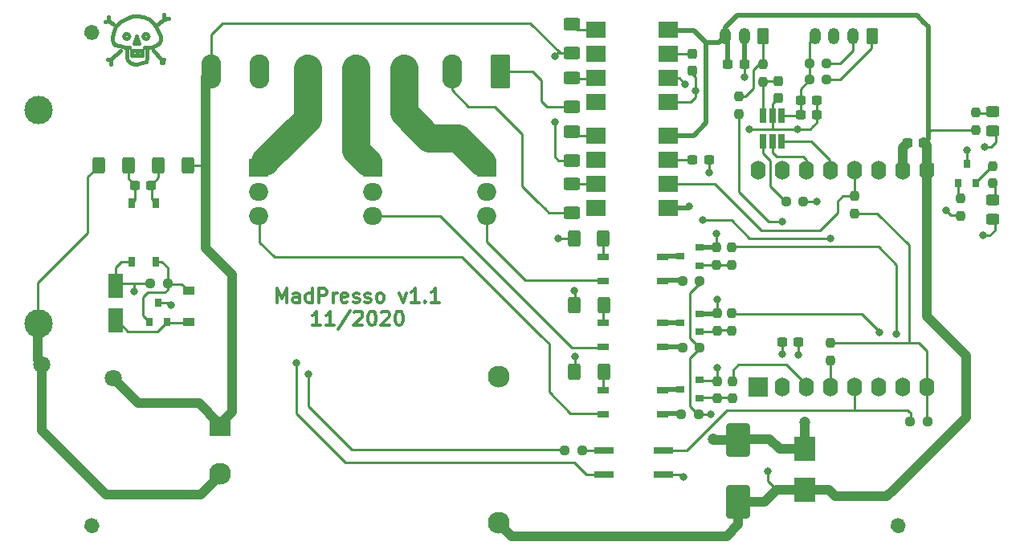
<source format=gbr>
%TF.GenerationSoftware,KiCad,Pcbnew,5.99.0-unknown-r23745-2d001796*%
%TF.CreationDate,2020-11-15T20:41:38+01:00*%
%TF.ProjectId,MadPresso,4d616450-7265-4737-936f-2e6b69636164,rev?*%
%TF.SameCoordinates,PXa8e54e0PY549d608*%
%TF.FileFunction,Copper,L1,Top*%
%TF.FilePolarity,Positive*%
%FSLAX46Y46*%
G04 Gerber Fmt 4.6, Leading zero omitted, Abs format (unit mm)*
G04 Created by KiCad (PCBNEW 5.99.0-unknown-r23745-2d001796) date 2020-11-15 20:41:38*
%MOMM*%
%LPD*%
G01*
G04 APERTURE LIST*
G04 Aperture macros list*
%AMRoundRect*
0 Rectangle with rounded corners*
0 $1 Rounding radius*
0 $2 $3 $4 $5 $6 $7 $8 $9 X,Y pos of 4 corners*
0 Add a 4 corners polygon primitive as box body*
4,1,4,$2,$3,$4,$5,$6,$7,$8,$9,$2,$3,0*
0 Add four circle primitives for the rounded corners*
1,1,$1+$1,$2,$3,0*
1,1,$1+$1,$4,$5,0*
1,1,$1+$1,$6,$7,0*
1,1,$1+$1,$8,$9,0*
0 Add four rect primitives between the rounded corners*
20,1,$1+$1,$2,$3,$4,$5,0*
20,1,$1+$1,$4,$5,$6,$7,0*
20,1,$1+$1,$6,$7,$8,$9,0*
20,1,$1+$1,$8,$9,$2,$3,0*%
G04 Aperture macros list end*
%TA.AperFunction,NonConductor*%
%ADD10C,1.000000*%
%TD*%
%ADD11C,0.300000*%
%TA.AperFunction,EtchedComponent*%
%ADD12C,0.381000*%
%TD*%
%TA.AperFunction,SMDPad,CuDef*%
%ADD13RoundRect,0.237500X-0.300000X-0.237500X0.300000X-0.237500X0.300000X0.237500X-0.300000X0.237500X0*%
%TD*%
%TA.AperFunction,SMDPad,CuDef*%
%ADD14RoundRect,0.237500X-0.237500X0.300000X-0.237500X-0.300000X0.237500X-0.300000X0.237500X0.300000X0*%
%TD*%
%TA.AperFunction,SMDPad,CuDef*%
%ADD15RoundRect,0.237500X0.300000X0.237500X-0.300000X0.237500X-0.300000X-0.237500X0.300000X-0.237500X0*%
%TD*%
%TA.AperFunction,ComponentPad*%
%ADD16O,1.600000X2.000000*%
%TD*%
%TA.AperFunction,ComponentPad*%
%ADD17R,2.000000X2.000000*%
%TD*%
%TA.AperFunction,SMDPad,CuDef*%
%ADD18RoundRect,0.237500X-0.250000X-0.237500X0.250000X-0.237500X0.250000X0.237500X-0.250000X0.237500X0*%
%TD*%
%TA.AperFunction,SMDPad,CuDef*%
%ADD19RoundRect,0.237500X-0.237500X0.250000X-0.237500X-0.250000X0.237500X-0.250000X0.237500X0.250000X0*%
%TD*%
%TA.AperFunction,SMDPad,CuDef*%
%ADD20RoundRect,0.237500X0.237500X-0.250000X0.237500X0.250000X-0.237500X0.250000X-0.237500X-0.250000X0*%
%TD*%
%TA.AperFunction,SMDPad,CuDef*%
%ADD21RoundRect,0.250000X0.400000X0.625000X-0.400000X0.625000X-0.400000X-0.625000X0.400000X-0.625000X0*%
%TD*%
%TA.AperFunction,SMDPad,CuDef*%
%ADD22RoundRect,0.250000X0.625000X-0.400000X0.625000X0.400000X-0.625000X0.400000X-0.625000X-0.400000X0*%
%TD*%
%TA.AperFunction,SMDPad,CuDef*%
%ADD23RoundRect,0.237500X0.250000X0.237500X-0.250000X0.237500X-0.250000X-0.237500X0.250000X-0.237500X0*%
%TD*%
%TA.AperFunction,SMDPad,CuDef*%
%ADD24RoundRect,0.250000X-0.400000X-0.625000X0.400000X-0.625000X0.400000X0.625000X-0.400000X0.625000X0*%
%TD*%
%TA.AperFunction,ComponentPad*%
%ADD25O,2.000000X1.905000*%
%TD*%
%TA.AperFunction,ComponentPad*%
%ADD26R,2.000000X1.905000*%
%TD*%
%TA.AperFunction,SMDPad,CuDef*%
%ADD27R,0.900000X0.800000*%
%TD*%
%TA.AperFunction,SMDPad,CuDef*%
%ADD28R,1.200000X0.800000*%
%TD*%
%TA.AperFunction,SMDPad,CuDef*%
%ADD29R,2.300000X2.500000*%
%TD*%
%TA.AperFunction,ComponentPad*%
%ADD30O,2.080000X3.600000*%
%TD*%
%TA.AperFunction,ComponentPad*%
%ADD31RoundRect,0.249999X0.790001X1.550001X-0.790001X1.550001X-0.790001X-1.550001X0.790001X-1.550001X0*%
%TD*%
%TA.AperFunction,SMDPad,CuDef*%
%ADD32R,1.200000X0.900000*%
%TD*%
%TA.AperFunction,SMDPad,CuDef*%
%ADD33R,0.800000X0.900000*%
%TD*%
%TA.AperFunction,SMDPad,CuDef*%
%ADD34R,2.000000X0.640000*%
%TD*%
%TA.AperFunction,ComponentPad*%
%ADD35C,1.800000*%
%TD*%
%TA.AperFunction,SMDPad,CuDef*%
%ADD36RoundRect,0.250000X1.000000X-1.500000X1.000000X1.500000X-1.000000X1.500000X-1.000000X-1.500000X0*%
%TD*%
%TA.AperFunction,SMDPad,CuDef*%
%ADD37RoundRect,0.250000X-0.550000X1.050000X-0.550000X-1.050000X0.550000X-1.050000X0.550000X1.050000X0*%
%TD*%
%TA.AperFunction,ComponentPad*%
%ADD38O,1.200000X1.750000*%
%TD*%
%TA.AperFunction,ComponentPad*%
%ADD39RoundRect,0.250000X0.350000X0.625000X-0.350000X0.625000X-0.350000X-0.625000X0.350000X-0.625000X0*%
%TD*%
%TA.AperFunction,SMDPad,CuDef*%
%ADD40RoundRect,0.250000X0.450000X-0.325000X0.450000X0.325000X-0.450000X0.325000X-0.450000X-0.325000X0*%
%TD*%
%TA.AperFunction,ComponentPad*%
%ADD41C,2.300000*%
%TD*%
%TA.AperFunction,ComponentPad*%
%ADD42R,2.300000X2.000000*%
%TD*%
%TA.AperFunction,SMDPad,CuDef*%
%ADD43R,0.650000X1.560000*%
%TD*%
%TA.AperFunction,SMDPad,CuDef*%
%ADD44R,2.000000X1.780000*%
%TD*%
%TA.AperFunction,ComponentPad*%
%ADD45C,3.000000*%
%TD*%
%TA.AperFunction,SMDPad,CuDef*%
%ADD46R,0.800000X1.000000*%
%TD*%
%TA.AperFunction,ViaPad*%
%ADD47C,0.800000*%
%TD*%
%TA.AperFunction,ViaPad*%
%ADD48C,1.200000*%
%TD*%
%TA.AperFunction,Conductor*%
%ADD49C,3.000000*%
%TD*%
%TA.AperFunction,Conductor*%
%ADD50C,0.250000*%
%TD*%
%TA.AperFunction,Conductor*%
%ADD51C,1.000000*%
%TD*%
%TA.AperFunction,Conductor*%
%ADD52C,0.500000*%
%TD*%
G04 APERTURE END LIST*
D10*
X-165800000Y85725000D02*
G75*
G03*
X-165800000Y85725000I-300000J0D01*
G01*
X-165800000Y33725000D02*
G75*
G03*
X-165800000Y33725000I-300000J0D01*
G01*
X-80800000Y33725000D02*
G75*
G03*
X-80800000Y33725000I-300000J0D01*
G01*
D11*
X-146585715Y57253929D02*
X-146585715Y58753929D01*
X-146085715Y57682500D01*
X-145585715Y58753929D01*
X-145585715Y57253929D01*
X-144228572Y57253929D02*
X-144228572Y58039643D01*
X-144300000Y58182500D01*
X-144442858Y58253929D01*
X-144728572Y58253929D01*
X-144871429Y58182500D01*
X-144228572Y57325358D02*
X-144371429Y57253929D01*
X-144728572Y57253929D01*
X-144871429Y57325358D01*
X-144942858Y57468215D01*
X-144942858Y57611072D01*
X-144871429Y57753929D01*
X-144728572Y57825358D01*
X-144371429Y57825358D01*
X-144228572Y57896786D01*
X-142871429Y57253929D02*
X-142871429Y58753929D01*
X-142871429Y57325358D02*
X-143014286Y57253929D01*
X-143300000Y57253929D01*
X-143442858Y57325358D01*
X-143514286Y57396786D01*
X-143585715Y57539643D01*
X-143585715Y57968215D01*
X-143514286Y58111072D01*
X-143442858Y58182500D01*
X-143300000Y58253929D01*
X-143014286Y58253929D01*
X-142871429Y58182500D01*
X-142157143Y57253929D02*
X-142157143Y58753929D01*
X-141585715Y58753929D01*
X-141442858Y58682500D01*
X-141371429Y58611072D01*
X-141300000Y58468215D01*
X-141300000Y58253929D01*
X-141371429Y58111072D01*
X-141442858Y58039643D01*
X-141585715Y57968215D01*
X-142157143Y57968215D01*
X-140657143Y57253929D02*
X-140657143Y58253929D01*
X-140657143Y57968215D02*
X-140585715Y58111072D01*
X-140514286Y58182500D01*
X-140371429Y58253929D01*
X-140228572Y58253929D01*
X-139157143Y57325358D02*
X-139300000Y57253929D01*
X-139585715Y57253929D01*
X-139728572Y57325358D01*
X-139800000Y57468215D01*
X-139800000Y58039643D01*
X-139728572Y58182500D01*
X-139585715Y58253929D01*
X-139300000Y58253929D01*
X-139157143Y58182500D01*
X-139085715Y58039643D01*
X-139085715Y57896786D01*
X-139800000Y57753929D01*
X-138514286Y57325358D02*
X-138371429Y57253929D01*
X-138085715Y57253929D01*
X-137942858Y57325358D01*
X-137871429Y57468215D01*
X-137871429Y57539643D01*
X-137942858Y57682500D01*
X-138085715Y57753929D01*
X-138300000Y57753929D01*
X-138442858Y57825358D01*
X-138514286Y57968215D01*
X-138514286Y58039643D01*
X-138442858Y58182500D01*
X-138300000Y58253929D01*
X-138085715Y58253929D01*
X-137942858Y58182500D01*
X-137300000Y57325358D02*
X-137157143Y57253929D01*
X-136871429Y57253929D01*
X-136728572Y57325358D01*
X-136657143Y57468215D01*
X-136657143Y57539643D01*
X-136728572Y57682500D01*
X-136871429Y57753929D01*
X-137085715Y57753929D01*
X-137228572Y57825358D01*
X-137300000Y57968215D01*
X-137300000Y58039643D01*
X-137228572Y58182500D01*
X-137085715Y58253929D01*
X-136871429Y58253929D01*
X-136728572Y58182500D01*
X-135800000Y57253929D02*
X-135942858Y57325358D01*
X-136014286Y57396786D01*
X-136085715Y57539643D01*
X-136085715Y57968215D01*
X-136014286Y58111072D01*
X-135942858Y58182500D01*
X-135800000Y58253929D01*
X-135585715Y58253929D01*
X-135442858Y58182500D01*
X-135371429Y58111072D01*
X-135300000Y57968215D01*
X-135300000Y57539643D01*
X-135371429Y57396786D01*
X-135442858Y57325358D01*
X-135585715Y57253929D01*
X-135800000Y57253929D01*
X-133657143Y58253929D02*
X-133300000Y57253929D01*
X-132942858Y58253929D01*
X-131585715Y57253929D02*
X-132442858Y57253929D01*
X-132014286Y57253929D02*
X-132014286Y58753929D01*
X-132157143Y58539643D01*
X-132300000Y58396786D01*
X-132442858Y58325358D01*
X-130942858Y57396786D02*
X-130871429Y57325358D01*
X-130942858Y57253929D01*
X-131014286Y57325358D01*
X-130942858Y57396786D01*
X-130942858Y57253929D01*
X-129442858Y57253929D02*
X-130300000Y57253929D01*
X-129871429Y57253929D02*
X-129871429Y58753929D01*
X-130014286Y58539643D01*
X-130157143Y58396786D01*
X-130300000Y58325358D01*
X-141978572Y54838929D02*
X-142835715Y54838929D01*
X-142407143Y54838929D02*
X-142407143Y56338929D01*
X-142550000Y56124643D01*
X-142692858Y55981786D01*
X-142835715Y55910358D01*
X-140550000Y54838929D02*
X-141407143Y54838929D01*
X-140978572Y54838929D02*
X-140978572Y56338929D01*
X-141121429Y56124643D01*
X-141264286Y55981786D01*
X-141407143Y55910358D01*
X-138835715Y56410358D02*
X-140121429Y54481786D01*
X-138407143Y56196072D02*
X-138335715Y56267500D01*
X-138192858Y56338929D01*
X-137835715Y56338929D01*
X-137692858Y56267500D01*
X-137621429Y56196072D01*
X-137550000Y56053215D01*
X-137550000Y55910358D01*
X-137621429Y55696072D01*
X-138478572Y54838929D01*
X-137550000Y54838929D01*
X-136621429Y56338929D02*
X-136478572Y56338929D01*
X-136335715Y56267500D01*
X-136264286Y56196072D01*
X-136192858Y56053215D01*
X-136121429Y55767500D01*
X-136121429Y55410358D01*
X-136192858Y55124643D01*
X-136264286Y54981786D01*
X-136335715Y54910358D01*
X-136478572Y54838929D01*
X-136621429Y54838929D01*
X-136764286Y54910358D01*
X-136835715Y54981786D01*
X-136907143Y55124643D01*
X-136978572Y55410358D01*
X-136978572Y55767500D01*
X-136907143Y56053215D01*
X-136835715Y56196072D01*
X-136764286Y56267500D01*
X-136621429Y56338929D01*
X-135550001Y56196072D02*
X-135478572Y56267500D01*
X-135335715Y56338929D01*
X-134978572Y56338929D01*
X-134835715Y56267500D01*
X-134764286Y56196072D01*
X-134692858Y56053215D01*
X-134692858Y55910358D01*
X-134764286Y55696072D01*
X-135621429Y54838929D01*
X-134692858Y54838929D01*
X-133764286Y56338929D02*
X-133621429Y56338929D01*
X-133478572Y56267500D01*
X-133407143Y56196072D01*
X-133335715Y56053215D01*
X-133264286Y55767500D01*
X-133264286Y55410358D01*
X-133335715Y55124643D01*
X-133407143Y54981786D01*
X-133478572Y54910358D01*
X-133621429Y54838929D01*
X-133764286Y54838929D01*
X-133907143Y54910358D01*
X-133978572Y54981786D01*
X-134050001Y55124643D01*
X-134121429Y55410358D01*
X-134121429Y55767500D01*
X-134050001Y56053215D01*
X-133978572Y56196072D01*
X-133907143Y56267500D01*
X-133764286Y56338929D01*
D12*
%TO.C,REF\u002A\u002A*%
X-160130000Y84163000D02*
X-160511000Y84163000D01*
X-159749000Y84163000D02*
X-160130000Y84163000D01*
X-159241000Y84417000D02*
X-159749000Y84163000D01*
X-158987000Y84544000D02*
X-159241000Y84417000D01*
X-158860000Y84925000D02*
X-158987000Y84544000D01*
X-158860000Y85306000D02*
X-158860000Y84925000D01*
X-158987000Y85687000D02*
X-158860000Y85306000D01*
X-159241000Y86195000D02*
X-158987000Y85687000D01*
X-159495000Y86576000D02*
X-159241000Y86195000D01*
X-160003000Y87084000D02*
X-159495000Y86576000D01*
X-160638000Y87338000D02*
X-160003000Y87084000D01*
X-161273000Y87465000D02*
X-160638000Y87338000D01*
X-161781000Y87465000D02*
X-161273000Y87465000D01*
X-162416000Y87211000D02*
X-161781000Y87465000D01*
X-163051000Y86830000D02*
X-162416000Y87211000D01*
X-163559000Y86322000D02*
X-163051000Y86830000D01*
X-163813000Y85687000D02*
X-163559000Y86322000D01*
X-163940000Y85179000D02*
X-163813000Y85687000D01*
X-163940000Y84925000D02*
X-163940000Y85179000D01*
X-162543000Y84163000D02*
X-162162000Y84163000D01*
X-163178000Y84290000D02*
X-162543000Y84163000D01*
X-163686000Y84417000D02*
X-163178000Y84290000D01*
X-163813000Y84671000D02*
X-163686000Y84417000D01*
X-163940000Y84925000D02*
X-163813000Y84671000D01*
X-162416000Y83401000D02*
X-162416000Y84163000D01*
X-162416000Y83020000D02*
X-162416000Y83401000D01*
X-161273000Y82385000D02*
X-161654000Y82385000D01*
X-160765000Y82512000D02*
X-161273000Y82385000D01*
X-160384000Y82639000D02*
X-160765000Y82512000D01*
X-160257000Y83020000D02*
X-160384000Y82639000D01*
X-160257000Y83401000D02*
X-160257000Y83020000D01*
X-160257000Y84163000D02*
X-160257000Y83401000D01*
X-162035000Y82512000D02*
X-161654000Y82385000D01*
X-162289000Y82766000D02*
X-162035000Y82512000D01*
X-162416000Y83020000D02*
X-162289000Y82766000D01*
X-161654000Y84544000D02*
X-161400000Y85306000D01*
X-161146000Y84544000D02*
X-161654000Y84544000D01*
X-161400000Y85306000D02*
X-161146000Y84544000D01*
X-160100019Y85306000D02*
G75*
G03*
X-160100019Y85306000I-283981J0D01*
G01*
X-162132019Y85306000D02*
G75*
G03*
X-162132019Y85306000I-283981J0D01*
G01*
X-161908000Y83274000D02*
X-161908000Y83782000D01*
X-160765000Y83274000D02*
X-161908000Y83274000D01*
X-160765000Y83782000D02*
X-160765000Y83274000D01*
X-161908000Y83782000D02*
X-160765000Y83782000D01*
X-161273000Y83655000D02*
X-161273000Y83401000D01*
X-159114000Y86576000D02*
X-158479000Y87084000D01*
X-158479000Y87084000D02*
X-158479000Y87592000D01*
X-158479000Y87084000D02*
X-157971000Y87211000D01*
X-163051000Y83782000D02*
X-164067000Y82893000D01*
X-164067000Y82893000D02*
X-164448000Y82893000D01*
X-164067000Y82893000D02*
X-164067000Y82385000D01*
X-163813000Y86576000D02*
X-164321000Y86957000D01*
X-164321000Y86957000D02*
X-164321000Y87338000D01*
X-164321000Y86957000D02*
X-164702000Y86830000D01*
X-158733000Y82893000D02*
X-158479000Y82893000D01*
X-159622000Y83782000D02*
X-158733000Y82893000D01*
X-158733000Y82512000D02*
X-158606000Y82512000D01*
X-158733000Y82893000D02*
X-158733000Y82512000D01*
%TD*%
D13*
%TO.P,C11,2*%
%TO.N,GND*%
X-91597500Y53045000D03*
%TO.P,C11,1*%
%TO.N,/ADC*%
X-93322500Y53045000D03*
%TD*%
%TO.P,C10,2*%
%TO.N,GND*%
X-101037500Y72325000D03*
%TO.P,C10,1*%
%TO.N,Net-(C10-Pad1)*%
X-102762500Y72325000D03*
%TD*%
D14*
%TO.P,C9,2*%
%TO.N,GND*%
X-102750000Y81737500D03*
%TO.P,C9,1*%
%TO.N,Net-(C9-Pad1)*%
X-102750000Y83462500D03*
%TD*%
D15*
%TO.P,C7,2*%
%TO.N,GND*%
X-80112500Y74075000D03*
%TO.P,C7,1*%
%TO.N,+5V*%
X-78387500Y74075000D03*
%TD*%
D13*
%TO.P,C6,2*%
%TO.N,GND*%
X-89670000Y78582500D03*
%TO.P,C6,1*%
%TO.N,VCC*%
X-91395000Y78582500D03*
%TD*%
%TO.P,C5,2*%
%TO.N,GND*%
X-89662500Y77045000D03*
%TO.P,C5,1*%
%TO.N,VCC*%
X-91387500Y77045000D03*
%TD*%
D14*
%TO.P,C4,2*%
%TO.N,GND*%
X-93710000Y78845000D03*
%TO.P,C4,1*%
%TO.N,Net-(U2-Pad3)*%
X-93710000Y80570000D03*
%TD*%
D13*
%TO.P,C2,2*%
%TO.N,GND*%
X-97322500Y82375000D03*
%TO.P,C2,1*%
%TO.N,+5V*%
X-99047500Y82375000D03*
%TD*%
%TO.P,C1,2*%
%TO.N,Net-(D1-Pad1)*%
X-159837500Y69625000D03*
%TO.P,C1,1*%
%TO.N,Net-(C1-Pad1)*%
X-161562500Y69625000D03*
%TD*%
D16*
%TO.P,U3,16,TX*%
%TO.N,N/C*%
X-95850000Y71235000D03*
%TO.P,U3,15,RX*%
X-93310000Y71235000D03*
%TO.P,U3,14,SCL/D1*%
%TO.N,/SCL*%
X-90770000Y71235000D03*
%TO.P,U3,13,SDA/D2*%
%TO.N,/SDA*%
X-88230000Y71235000D03*
%TO.P,U3,12,D3*%
%TO.N,/STEAM_SENSOR*%
X-85690000Y71235000D03*
%TO.P,U3,11,D4*%
%TO.N,/LED*%
X-83150000Y71235000D03*
%TO.P,U3,10,GND*%
%TO.N,GND*%
X-80610000Y71235000D03*
%TO.P,U3,9,5V*%
%TO.N,+5V*%
X-78070000Y71235000D03*
%TO.P,U3,8,3V3*%
%TO.N,VCC*%
X-78070000Y48375000D03*
%TO.P,U3,7,CS/D8*%
%TO.N,/HEATER_TRIAC*%
X-80610000Y48375000D03*
%TO.P,U3,6,MOSI/D7*%
%TO.N,/PUMP_TRIAC*%
X-83150000Y48375000D03*
%TO.P,U3,5,MISO/D6*%
%TO.N,/ZC_DETECT*%
X-85690000Y48375000D03*
%TO.P,U3,4,SCK/D5*%
%TO.N,/SHOT_SENSOR*%
X-88230000Y48375000D03*
%TO.P,U3,3,D0*%
%TO.N,/VALVE_TRIAC*%
X-90770000Y48375000D03*
D17*
%TO.P,U3,1,~RST*%
%TO.N,N/C*%
X-95850000Y48375000D03*
D16*
%TO.P,U3,2,A0*%
%TO.N,/ADC*%
X-93310000Y48375000D03*
%TD*%
D18*
%TO.P,R31,2*%
%TO.N,GND*%
X-91077500Y67895000D03*
%TO.P,R31,1*%
%TO.N,Net-(U2-Pad4)*%
X-92902500Y67895000D03*
%TD*%
D19*
%TO.P,R30,2*%
%TO.N,Net-(Q8-Pad1)*%
X-98580000Y47142500D03*
%TO.P,R30,1*%
%TO.N,/VALVE_TRIAC*%
X-98580000Y48967500D03*
%TD*%
D20*
%TO.P,R29,2*%
%TO.N,GND*%
X-100170000Y48967500D03*
%TO.P,R29,1*%
%TO.N,Net-(Q8-Pad1)*%
X-100170000Y47142500D03*
%TD*%
D18*
%TO.P,R28,2*%
%TO.N,+5V*%
X-102117500Y45445000D03*
%TO.P,R28,1*%
%TO.N,Net-(R28-Pad1)*%
X-103942500Y45445000D03*
%TD*%
D21*
%TO.P,R27,2*%
%TO.N,LINE*%
X-115237500Y49975000D03*
%TO.P,R27,1*%
%TO.N,Net-(R27-Pad1)*%
X-112137500Y49975000D03*
%TD*%
D19*
%TO.P,R26,2*%
%TO.N,Net-(Q6-Pad1)*%
X-98600000Y54282500D03*
%TO.P,R26,1*%
%TO.N,/PUMP_TRIAC*%
X-98600000Y56107500D03*
%TD*%
D20*
%TO.P,R25,2*%
%TO.N,GND*%
X-100190000Y56117500D03*
%TO.P,R25,1*%
%TO.N,Net-(Q6-Pad1)*%
X-100190000Y54292500D03*
%TD*%
D18*
%TO.P,R24,2*%
%TO.N,+5V*%
X-102012500Y52515000D03*
%TO.P,R24,1*%
%TO.N,Net-(R24-Pad1)*%
X-103837500Y52515000D03*
%TD*%
D21*
%TO.P,R23,2*%
%TO.N,LINE*%
X-115237500Y56975000D03*
%TO.P,R23,1*%
%TO.N,Net-(R23-Pad1)*%
X-112137500Y56975000D03*
%TD*%
D19*
%TO.P,R22,2*%
%TO.N,Net-(Q4-Pad1)*%
X-98620000Y61237500D03*
%TO.P,R22,1*%
%TO.N,/HEATER_TRIAC*%
X-98620000Y63062500D03*
%TD*%
D20*
%TO.P,R21,2*%
%TO.N,GND*%
X-100240000Y63047500D03*
%TO.P,R21,1*%
%TO.N,Net-(Q4-Pad1)*%
X-100240000Y61222500D03*
%TD*%
D18*
%TO.P,R20,2*%
%TO.N,+5V*%
X-102012500Y59505000D03*
%TO.P,R20,1*%
%TO.N,Net-(R20-Pad1)*%
X-103837500Y59505000D03*
%TD*%
D21*
%TO.P,R19,2*%
%TO.N,LINE*%
X-115274998Y64025000D03*
%TO.P,R19,1*%
%TO.N,Net-(R19-Pad1)*%
X-112174998Y64025000D03*
%TD*%
D20*
%TO.P,R18,2*%
%TO.N,/STEAM_SENSOR*%
X-85700000Y68480000D03*
%TO.P,R18,1*%
%TO.N,VCC*%
X-85700000Y66655000D03*
%TD*%
D22*
%TO.P,R17,2*%
%TO.N,Net-(R17-Pad2)*%
X-115500000Y69775000D03*
%TO.P,R17,1*%
%TO.N,/STEAM_SW*%
X-115500000Y66675000D03*
%TD*%
%TO.P,R16,2*%
%TO.N,Net-(R16-Pad2)*%
X-115500000Y75287500D03*
%TO.P,R16,1*%
%TO.N,NEUT*%
X-115500000Y72187500D03*
%TD*%
D19*
%TO.P,R15,2*%
%TO.N,/SHOT_SENSOR*%
X-88230000Y51140000D03*
%TO.P,R15,1*%
%TO.N,VCC*%
X-88230000Y52965000D03*
%TD*%
D22*
%TO.P,R14,2*%
%TO.N,Net-(R14-Pad2)*%
X-115500000Y80975000D03*
%TO.P,R14,1*%
%TO.N,/SHOT_SW*%
X-115500000Y77875000D03*
%TD*%
%TO.P,R13,2*%
%TO.N,Net-(R13-Pad2)*%
X-115500000Y86625000D03*
%TO.P,R13,1*%
%TO.N,NEUT*%
X-115500000Y83525000D03*
%TD*%
D19*
%TO.P,R12,2*%
%TO.N,+5V*%
X-72890000Y75437500D03*
%TO.P,R12,1*%
%TO.N,Net-(D5-Pad2)*%
X-72890000Y77262500D03*
%TD*%
D20*
%TO.P,R11,2*%
%TO.N,Net-(Q2-Pad2)*%
X-71135000Y71642500D03*
%TO.P,R11,1*%
%TO.N,Net-(D4-Pad2)*%
X-71135000Y69817500D03*
%TD*%
D23*
%TO.P,R10,2*%
%TO.N,VCC*%
X-90452499Y80807501D03*
%TO.P,R10,1*%
%TO.N,/SDA*%
X-88627499Y80807501D03*
%TD*%
%TO.P,R9,2*%
%TO.N,VCC*%
X-90447500Y82455000D03*
%TO.P,R9,1*%
%TO.N,/SCL*%
X-88622500Y82455000D03*
%TD*%
D20*
%TO.P,R8,2*%
%TO.N,Net-(Q2-Pad1)*%
X-74470000Y68232500D03*
%TO.P,R8,1*%
%TO.N,/LED*%
X-74470000Y66407500D03*
%TD*%
D18*
%TO.P,R7,2*%
%TO.N,VCC*%
X-77987500Y44725000D03*
%TO.P,R7,1*%
%TO.N,/ZC_DETECT*%
X-79812500Y44725000D03*
%TD*%
D23*
%TO.P,R6,2*%
%TO.N,Net-(C3-Pad1)*%
X-116242500Y41695000D03*
%TO.P,R6,1*%
%TO.N,Net-(R6-Pad1)*%
X-114417500Y41695000D03*
%TD*%
D20*
%TO.P,R5,2*%
%TO.N,/TEMP_SENSOR*%
X-95300000Y82362500D03*
%TO.P,R5,1*%
%TO.N,Net-(U2-Pad3)*%
X-95300000Y80537500D03*
%TD*%
D19*
%TO.P,R4,2*%
%TO.N,/ADC*%
X-97860000Y77140000D03*
%TO.P,R4,1*%
%TO.N,/TEMP_SENSOR*%
X-97860000Y78965000D03*
%TD*%
D23*
%TO.P,R3,2*%
%TO.N,Net-(C3-Pad1)*%
X-159937500Y59225000D03*
%TO.P,R3,1*%
%TO.N,Net-(D2-Pad1)*%
X-158112500Y59225000D03*
%TD*%
D21*
%TO.P,R2,2*%
%TO.N,Net-(D1-Pad1)*%
X-159070000Y71725000D03*
%TO.P,R2,1*%
%TO.N,NEUT*%
X-155970000Y71725000D03*
%TD*%
D24*
%TO.P,R1,2*%
%TO.N,Net-(C1-Pad1)*%
X-162250000Y71725000D03*
%TO.P,R1,1*%
%TO.N,/LINE_FUSED*%
X-165350000Y71725000D03*
%TD*%
D25*
%TO.P,Q7,3,G*%
%TO.N,Net-(Q7-Pad3)*%
X-148475000Y66400000D03*
%TO.P,Q7,2,A2*%
%TO.N,LINE*%
X-148475000Y68940000D03*
D26*
%TO.P,Q7,1,A1*%
%TO.N,/VALVE*%
X-148475000Y71480000D03*
%TD*%
D25*
%TO.P,Q5,3,G*%
%TO.N,Net-(Q5-Pad3)*%
X-136475000Y66400000D03*
%TO.P,Q5,2,A2*%
%TO.N,LINE*%
X-136475000Y68940000D03*
D26*
%TO.P,Q5,1,A1*%
%TO.N,/PUMP*%
X-136475000Y71480000D03*
%TD*%
D27*
%TO.P,Q6,3,D*%
%TO.N,Net-(Q6-Pad3)*%
X-104050000Y55115000D03*
%TO.P,Q6,2,S*%
%TO.N,GND*%
X-102050000Y56065000D03*
%TO.P,Q6,1,G*%
%TO.N,Net-(Q6-Pad1)*%
X-102050000Y54165000D03*
%TD*%
D28*
%TO.P,U7,1*%
%TO.N,Net-(R24-Pad1)*%
X-105900000Y52535000D03*
%TO.P,U7,4*%
%TO.N,Net-(R23-Pad1)*%
X-112200000Y55075000D03*
%TO.P,U7,3*%
%TO.N,Net-(Q6-Pad3)*%
X-105900000Y55075000D03*
%TO.P,U7,6*%
%TO.N,Net-(Q5-Pad3)*%
X-112200000Y52535000D03*
%TD*%
%TO.P,U8,1*%
%TO.N,Net-(R28-Pad1)*%
X-105900000Y45505000D03*
%TO.P,U8,4*%
%TO.N,Net-(R27-Pad1)*%
X-112200000Y48045000D03*
%TO.P,U8,3*%
%TO.N,Net-(Q8-Pad3)*%
X-105900000Y48045000D03*
%TO.P,U8,6*%
%TO.N,Net-(Q7-Pad3)*%
X-112200000Y45505000D03*
%TD*%
D27*
%TO.P,Q8,3,D*%
%TO.N,Net-(Q8-Pad3)*%
X-104050000Y48125000D03*
%TO.P,Q8,2,S*%
%TO.N,GND*%
X-102050000Y49075000D03*
%TO.P,Q8,1,G*%
%TO.N,Net-(Q8-Pad1)*%
X-102050000Y47175000D03*
%TD*%
D29*
%TO.P,D3,2,A2*%
%TO.N,GND*%
X-90900000Y41825000D03*
%TO.P,D3,1,A1*%
%TO.N,+5V*%
X-90900000Y37525000D03*
%TD*%
D27*
%TO.P,Q4,3,D*%
%TO.N,Net-(Q4-Pad3)*%
X-104050000Y62105000D03*
%TO.P,Q4,2,S*%
%TO.N,GND*%
X-102050000Y63055000D03*
%TO.P,Q4,1,G*%
%TO.N,Net-(Q4-Pad1)*%
X-102050000Y61155000D03*
%TD*%
D28*
%TO.P,U6,1*%
%TO.N,Net-(R20-Pad1)*%
X-105900000Y59555000D03*
%TO.P,U6,4*%
%TO.N,Net-(R19-Pad1)*%
X-112200000Y62095000D03*
%TO.P,U6,3*%
%TO.N,Net-(Q4-Pad3)*%
X-105900000Y62095000D03*
%TO.P,U6,6*%
%TO.N,Net-(Q3-Pad3)*%
X-112200000Y59555000D03*
%TD*%
D30*
%TO.P,J1,7,Pin_7*%
%TO.N,NEUT*%
X-153530000Y81625000D03*
%TO.P,J1,6,Pin_6*%
%TO.N,LINE*%
X-148450000Y81625000D03*
%TO.P,J1,5,Pin_5*%
%TO.N,/VALVE*%
X-143370000Y81625000D03*
%TO.P,J1,4,Pin_4*%
%TO.N,/PUMP*%
X-138290000Y81625000D03*
%TO.P,J1,3,Pin_3*%
%TO.N,/HEATER*%
X-133210000Y81625000D03*
%TO.P,J1,2,Pin_2*%
%TO.N,/STEAM_SW*%
X-128130000Y81625000D03*
D31*
%TO.P,J1,1,Pin_1*%
%TO.N,/SHOT_SW*%
X-123050000Y81625000D03*
%TD*%
D32*
%TO.P,D2,2,A*%
%TO.N,Net-(C3-Pad2)*%
X-155900000Y55175000D03*
%TO.P,D2,1,K*%
%TO.N,Net-(D2-Pad1)*%
X-155900000Y58475000D03*
%TD*%
D33*
%TO.P,Q1,3,C*%
%TO.N,Net-(Q1-Pad3)*%
X-159100000Y57225000D03*
%TO.P,Q1,2,E*%
%TO.N,Net-(C3-Pad2)*%
X-158150000Y55225000D03*
%TO.P,Q1,1,B*%
%TO.N,Net-(D2-Pad1)*%
X-160050000Y55225000D03*
%TD*%
D34*
%TO.P,U1,4*%
%TO.N,/ZC_DETECT*%
X-105805000Y41665000D03*
%TO.P,U1,3*%
%TO.N,GND*%
X-105805000Y39125000D03*
%TO.P,U1,2*%
%TO.N,Net-(Q1-Pad3)*%
X-112105000Y39125000D03*
%TO.P,U1,1*%
%TO.N,Net-(R6-Pad1)*%
X-112105000Y41665000D03*
%TD*%
D35*
%TO.P,RV1,2*%
%TO.N,/LINE_FUSED*%
X-171350000Y50675000D03*
%TO.P,RV1,1*%
%TO.N,NEUT*%
X-163850000Y49275000D03*
%TD*%
D36*
%TO.P,C8,2*%
%TO.N,GND*%
X-98000000Y42725000D03*
%TO.P,C8,1*%
%TO.N,+5V*%
X-98000000Y36225000D03*
%TD*%
D25*
%TO.P,Q3,3,G*%
%TO.N,Net-(Q3-Pad3)*%
X-124475000Y66400000D03*
%TO.P,Q3,2,A2*%
%TO.N,LINE*%
X-124475000Y68940000D03*
D26*
%TO.P,Q3,1,A1*%
%TO.N,/HEATER*%
X-124475000Y71480000D03*
%TD*%
D37*
%TO.P,C3,2*%
%TO.N,Net-(C3-Pad2)*%
X-163600001Y55375000D03*
%TO.P,C3,1*%
%TO.N,Net-(C3-Pad1)*%
X-163600001Y58975000D03*
%TD*%
D38*
%TO.P,J3,4,Pin_4*%
%TO.N,VCC*%
X-89850000Y85375000D03*
%TO.P,J3,3,Pin_3*%
%TO.N,GND*%
X-87850000Y85375000D03*
%TO.P,J3,2,Pin_2*%
%TO.N,/SCL*%
X-85850000Y85375000D03*
D39*
%TO.P,J3,1,Pin_1*%
%TO.N,/SDA*%
X-83850000Y85375000D03*
%TD*%
D40*
%TO.P,D4,2,A*%
%TO.N,Net-(D4-Pad2)*%
X-71100000Y68075000D03*
%TO.P,D4,1,K*%
%TO.N,GND*%
X-71100000Y66025000D03*
%TD*%
D41*
%TO.P,PS1,4,+Vout*%
%TO.N,+5V*%
X-123200000Y34025000D03*
%TO.P,PS1,2,AC/N*%
%TO.N,/LINE_FUSED*%
X-152600000Y39225000D03*
D42*
%TO.P,PS1,1,AC/L*%
%TO.N,NEUT*%
X-152600000Y44225000D03*
D41*
%TO.P,PS1,3,-Vout*%
%TO.N,GND*%
X-123200000Y49425000D03*
%TD*%
D38*
%TO.P,J2,3,Pin_3*%
%TO.N,+5V*%
X-99300000Y85375000D03*
%TO.P,J2,2,Pin_2*%
%TO.N,GND*%
X-97300000Y85375000D03*
D39*
%TO.P,J2,1,Pin_1*%
%TO.N,/TEMP_SENSOR*%
X-95300000Y85375000D03*
%TD*%
D43*
%TO.P,U2,5,SCL*%
%TO.N,/SCL*%
X-94360000Y74225000D03*
%TO.P,U2,6,SDA*%
%TO.N,/SDA*%
X-93410000Y74225000D03*
%TO.P,U2,4,ADDR*%
%TO.N,Net-(U2-Pad4)*%
X-95310000Y74225000D03*
%TO.P,U2,3,VIN*%
%TO.N,Net-(U2-Pad3)*%
X-95310000Y76925000D03*
%TO.P,U2,2,GND*%
%TO.N,GND*%
X-94360000Y76925000D03*
%TO.P,U2,1,VA*%
%TO.N,VCC*%
X-93410000Y76925000D03*
%TD*%
D44*
%TO.P,U4,8,VCC*%
%TO.N,+5V*%
X-105290000Y86035000D03*
%TO.P,U4,4,NC*%
%TO.N,N/C*%
X-112910000Y78415000D03*
%TO.P,U4,7,AUX*%
%TO.N,Net-(C9-Pad1)*%
X-105290000Y83495000D03*
%TO.P,U4,3,AC*%
%TO.N,Net-(R14-Pad2)*%
X-112910000Y80955000D03*
%TO.P,U4,6,VOUT*%
%TO.N,/SHOT_SENSOR*%
X-105290000Y80955000D03*
%TO.P,U4,2,NC*%
%TO.N,N/C*%
X-112910000Y83495000D03*
%TO.P,U4,5,GND*%
%TO.N,GND*%
X-105290000Y78415000D03*
%TO.P,U4,1,AC*%
%TO.N,Net-(R13-Pad2)*%
X-112910000Y86035000D03*
%TD*%
D45*
%TO.P,F1,2*%
%TO.N,/LINE_FUSED*%
X-171700000Y55065000D03*
%TO.P,F1,1*%
%TO.N,LINE*%
X-171700000Y77565000D03*
%TD*%
D33*
%TO.P,Q2,3,D*%
%TO.N,VCC*%
X-73850000Y71875000D03*
%TO.P,Q2,2,S*%
%TO.N,Net-(Q2-Pad2)*%
X-72900000Y69875000D03*
%TO.P,Q2,1,G*%
%TO.N,Net-(Q2-Pad1)*%
X-74800000Y69875000D03*
%TD*%
D44*
%TO.P,U5,8,VCC*%
%TO.N,+5V*%
X-105300000Y74845000D03*
%TO.P,U5,4,NC*%
%TO.N,N/C*%
X-112920000Y67225000D03*
%TO.P,U5,7,AUX*%
%TO.N,Net-(C10-Pad1)*%
X-105300000Y72305000D03*
%TO.P,U5,3,AC*%
%TO.N,Net-(R17-Pad2)*%
X-112920000Y69765000D03*
%TO.P,U5,6,VOUT*%
%TO.N,/STEAM_SENSOR*%
X-105300000Y69765000D03*
%TO.P,U5,2,NC*%
%TO.N,N/C*%
X-112920000Y72305000D03*
%TO.P,U5,5,GND*%
%TO.N,GND*%
X-105300000Y67225000D03*
%TO.P,U5,1,AC*%
%TO.N,Net-(R16-Pad2)*%
X-112920000Y74845000D03*
%TD*%
D46*
%TO.P,D1,4,-*%
%TO.N,Net-(D2-Pad1)*%
X-159370000Y61550000D03*
%TO.P,D1,3,+*%
%TO.N,Net-(C3-Pad1)*%
X-161910000Y61550000D03*
%TO.P,D1,2,~~*%
%TO.N,Net-(C1-Pad1)*%
X-161910000Y67700000D03*
%TO.P,D1,1,~~*%
%TO.N,Net-(D1-Pad1)*%
X-159370000Y67700000D03*
%TD*%
D40*
%TO.P,D5,2,A*%
%TO.N,Net-(D5-Pad2)*%
X-71100000Y77420000D03*
%TO.P,D5,1,K*%
%TO.N,GND*%
X-71100000Y75370000D03*
%TD*%
D47*
%TO.N,GND*%
X-91600000Y51765000D03*
%TO.N,/ADC*%
X-93310000Y51785000D03*
X-93280000Y65815000D03*
%TO.N,/PUMP_TRIAC*%
X-83090000Y54085000D03*
%TO.N,/SHOT_SENSOR*%
X-88190000Y64005000D03*
%TO.N,/HEATER_TRIAC*%
X-81260000Y53935000D03*
%TO.N,GND*%
X-102410000Y79625000D03*
%TO.N,/SHOT_SENSOR*%
X-101650000Y65915000D03*
X-103520000Y80305000D03*
%TO.N,GND*%
X-89680000Y67885000D03*
X-91700000Y75545000D03*
X-100200000Y57595000D03*
D48*
X-90900000Y44625000D03*
D47*
X-72100000Y64375000D03*
X-100250000Y64525000D03*
X-103100000Y67425000D03*
X-100170000Y50375000D03*
D48*
X-100600000Y42825000D03*
D47*
X-101000000Y70925000D03*
X-103755000Y38895000D03*
X-96760000Y75545000D03*
X-71950000Y73655000D03*
X-97300000Y80995000D03*
%TO.N,VCC*%
X-73840000Y73335000D03*
%TO.N,LINE*%
X-115150000Y51575000D03*
X-116900000Y64025000D03*
X-115200000Y58525000D03*
%TO.N,NEUT*%
X-117300000Y76255000D03*
X-117300000Y83225000D03*
%TO.N,+5V*%
X-100800000Y45425000D03*
X-94800000Y39425000D03*
%TO.N,/LED*%
X-76030000Y66945000D03*
%TO.N,Net-(C3-Pad1)*%
X-161650000Y58425000D03*
X-143300000Y49725000D03*
%TO.N,Net-(Q1-Pad3)*%
X-157700000Y56975000D03*
X-144550000Y50875000D03*
%TD*%
D49*
%TO.N,/HEATER*%
X-127525000Y74625000D02*
X-124980000Y72080000D01*
D50*
%TO.N,/ADC*%
X-97860000Y77140000D02*
X-97860000Y68945000D01*
X-97860000Y68945000D02*
X-94710000Y65795000D01*
%TO.N,/TEMP_SENSOR*%
X-97860000Y78965000D02*
X-97190000Y78965000D01*
X-97190000Y78965000D02*
X-96340000Y79815000D01*
X-96340000Y79815000D02*
X-96340000Y81785000D01*
X-96340000Y81785000D02*
X-95770000Y82355000D01*
X-95770000Y82355000D02*
X-95280000Y82355000D01*
%TO.N,Net-(U2-Pad3)*%
X-95310000Y76925000D02*
X-95310000Y80545000D01*
X-95310000Y80545000D02*
X-95320000Y80555000D01*
%TO.N,GND*%
X-91597500Y51767500D02*
X-91600000Y51765000D01*
X-91597500Y53045000D02*
X-91597500Y51767500D01*
%TO.N,/ADC*%
X-93322500Y53045000D02*
X-93322500Y51797500D01*
X-93322500Y51797500D02*
X-93310000Y51785000D01*
%TO.N,/HEATER_TRIAC*%
X-81260000Y61225000D02*
X-81260000Y53935000D01*
%TO.N,VCC*%
X-79940000Y63295000D02*
X-79940000Y52965000D01*
%TO.N,/ADC*%
X-93200000Y65815000D02*
X-94710000Y65795000D01*
%TO.N,/STEAM_SENSOR*%
X-87470000Y66725000D02*
X-87470000Y67925000D01*
X-87470000Y67925000D02*
X-86920000Y68475000D01*
X-86920000Y68475000D02*
X-85720000Y68475000D01*
%TO.N,VCC*%
X-85700000Y66655000D02*
X-83300000Y66655000D01*
X-88230000Y52965000D02*
X-79940000Y52965000D01*
X-79940000Y52965000D02*
X-78940000Y52965000D01*
X-83300000Y66655000D02*
X-79940000Y63295000D01*
%TO.N,/STEAM_SENSOR*%
X-102640000Y69765000D02*
X-100390000Y69765000D01*
X-100390000Y69765000D02*
X-97360000Y66735000D01*
X-97360000Y66735000D02*
X-95470000Y64845000D01*
X-95470000Y64845000D02*
X-89350000Y64845000D01*
X-89350000Y64845000D02*
X-87470000Y66725000D01*
%TO.N,/SHOT_SENSOR*%
X-98656410Y65915000D02*
X-96746410Y64005000D01*
X-96746410Y64005000D02*
X-88190000Y64005000D01*
X-101650000Y65915000D02*
X-98656410Y65915000D01*
%TO.N,/STEAM_SENSOR*%
X-105300000Y69765000D02*
X-102640000Y69765000D01*
X-85700000Y68495000D02*
X-85700000Y71325000D01*
%TO.N,/PUMP_TRIAC*%
X-92345000Y56070000D02*
X-84935000Y56070000D01*
X-84935000Y56070000D02*
X-83090000Y54225000D01*
X-83090000Y54225000D02*
X-83090000Y54085000D01*
%TO.N,/HEATER_TRIAC*%
X-93500000Y63125000D02*
X-83160000Y63125000D01*
X-83160000Y63125000D02*
X-81260000Y61225000D01*
%TO.N,VCC*%
X-78940000Y52965000D02*
X-78100000Y52125000D01*
%TO.N,/SHOT_SENSOR*%
X-88230000Y48375000D02*
X-88220000Y48385000D01*
X-88220000Y48385000D02*
X-88220000Y51145000D01*
%TO.N,Net-(D1-Pad1)*%
X-159330000Y67700000D02*
X-159770000Y68140000D01*
X-159770000Y68140000D02*
X-159770000Y69655000D01*
%TO.N,Net-(C1-Pad1)*%
X-161870000Y67700000D02*
X-161530000Y68040000D01*
X-161530000Y68040000D02*
X-161530000Y69605000D01*
%TO.N,Net-(D1-Pad1)*%
X-159070000Y70405000D02*
X-159850000Y69625000D01*
X-159070000Y71725000D02*
X-159070000Y70405000D01*
%TO.N,Net-(C1-Pad1)*%
X-162250000Y71725000D02*
X-162250000Y70345000D01*
X-162250000Y70345000D02*
X-161520000Y69615000D01*
%TO.N,Net-(D1-Pad1)*%
X-159825000Y69625000D02*
X-159825000Y69740000D01*
%TO.N,GND*%
X-102410000Y79395000D02*
X-102410000Y78945000D01*
X-102410000Y81015000D02*
X-102410000Y79625000D01*
X-102410000Y79395000D02*
X-102410000Y79625000D01*
X-102750000Y81725000D02*
X-102750000Y81355000D01*
X-102750000Y81355000D02*
X-102410000Y81015000D01*
X-102410000Y78945000D02*
X-102940000Y78415000D01*
X-102940000Y78415000D02*
X-103973090Y78415000D01*
%TO.N,/SHOT_SENSOR*%
X-105290000Y80955000D02*
X-104170000Y80955000D01*
%TO.N,GND*%
X-105290000Y78415000D02*
X-103973090Y78415000D01*
%TO.N,/SHOT_SENSOR*%
X-104170000Y80955000D02*
X-103520000Y80305000D01*
%TO.N,GND*%
X-89690000Y67895000D02*
X-89680000Y67885000D01*
X-91077500Y67895000D02*
X-89690000Y67895000D01*
%TO.N,Net-(U2-Pad4)*%
X-95310000Y74225000D02*
X-95310000Y72965000D01*
X-95310000Y72965000D02*
X-94580000Y72235000D01*
X-94580000Y72235000D02*
X-94580000Y69545000D01*
X-94580000Y69545000D02*
X-92950000Y67915000D01*
%TO.N,GND*%
X-91700000Y75545000D02*
X-90350000Y75545000D01*
X-94290000Y75545000D02*
X-91700000Y75545000D01*
X-94990000Y75545000D02*
X-96760000Y75545000D01*
%TO.N,/TEMP_SENSOR*%
X-95300000Y85375000D02*
X-95300000Y82325000D01*
%TO.N,GND*%
X-70910000Y64895000D02*
X-71430000Y64375000D01*
X-90050000Y75845000D02*
X-89670000Y76225000D01*
D51*
X-90900000Y41825000D02*
X-93600000Y41825000D01*
D50*
X-70790000Y75350000D02*
X-70790000Y74155000D01*
X-100170000Y48895000D02*
X-100100000Y48825000D01*
X-70790000Y74155000D02*
X-71290000Y73655000D01*
D51*
X-80610000Y71235000D02*
X-80610000Y73565000D01*
D50*
X-70910000Y66025000D02*
X-70910000Y64895000D01*
X-100190000Y57585000D02*
X-100200000Y57595000D01*
X-100190000Y56080000D02*
X-100190000Y57585000D01*
X-100240000Y63010000D02*
X-100240000Y64565000D01*
X-102050000Y49075000D02*
X-102000000Y49025000D01*
D51*
X-90900000Y41825000D02*
X-90900000Y43625000D01*
D52*
X-100205000Y56065000D02*
X-100190000Y56080000D01*
D50*
X-89670000Y76225000D02*
X-89670000Y77125000D01*
X-71290000Y73655000D02*
X-71950000Y73655000D01*
X-94990000Y75545000D02*
X-94290000Y75545000D01*
X-97310000Y81005000D02*
X-97300000Y80995000D01*
X-89650000Y78445000D02*
X-89650000Y77055000D01*
X-105805000Y39125000D02*
X-103985000Y39125000D01*
X-97310000Y82375000D02*
X-97310000Y81005000D01*
X-87850000Y85375000D02*
X-88300000Y84925000D01*
X-101000000Y70925000D02*
X-101000000Y72225000D01*
D52*
X-100285000Y63055000D02*
X-100240000Y63010000D01*
D50*
X-94360000Y76925000D02*
X-94360000Y75615000D01*
D51*
X-90900000Y44625000D02*
X-90900000Y43625000D01*
D50*
X-89650000Y77055000D02*
X-89680000Y77025000D01*
D52*
X-102050000Y56065000D02*
X-100205000Y56065000D01*
X-100350000Y49075000D02*
X-100170000Y49255000D01*
D50*
X-71430000Y64375000D02*
X-72100000Y64375000D01*
X-94350000Y76965000D02*
X-94350000Y78205000D01*
X-94360000Y75615000D02*
X-94290000Y75545000D01*
X-102000000Y49025000D02*
X-100300000Y49025000D01*
D52*
X-105300000Y67225000D02*
X-103300000Y67225000D01*
X-102050000Y63055000D02*
X-100285000Y63055000D01*
X-103300000Y67225000D02*
X-103100000Y67425000D01*
D50*
X-94350000Y78205000D02*
X-93740000Y78815000D01*
D51*
X-94625000Y42850000D02*
X-98075000Y42850000D01*
X-98000000Y42725000D02*
X-100500000Y42725000D01*
D52*
X-100240000Y64565000D02*
X-100250000Y64575000D01*
D50*
X-103985000Y39125000D02*
X-103755000Y38895000D01*
D52*
X-97300000Y85375000D02*
X-97300000Y82325000D01*
D51*
X-80610000Y73565000D02*
X-80150000Y74025000D01*
X-93600000Y41825000D02*
X-94625000Y42850000D01*
D50*
X-100170000Y50375000D02*
X-100170000Y48895000D01*
X-90350000Y75545000D02*
X-90050000Y75845000D01*
X-101000000Y72225000D02*
X-101100000Y72325000D01*
D51*
X-100500000Y42725000D02*
X-100600000Y42825000D01*
D50*
%TO.N,VCC*%
X-90414999Y80807501D02*
X-90414999Y82390001D01*
X-91560000Y76965000D02*
X-91450000Y77075000D01*
X-78100000Y52125000D02*
X-78100000Y45725000D01*
X-91400000Y79785000D02*
X-90400000Y80785000D01*
X-73850000Y73325000D02*
X-73840000Y73335000D01*
X-78100000Y44925000D02*
X-77900000Y44725000D01*
X-90414999Y82390001D02*
X-90414999Y84780001D01*
X-73850000Y71875000D02*
X-73850000Y73325000D01*
X-91400000Y77045000D02*
X-91400000Y78395000D01*
X-78100000Y45725000D02*
X-78100000Y44925000D01*
X-93400000Y76965000D02*
X-91560000Y76965000D01*
X-91400000Y78445000D02*
X-91400000Y79785000D01*
X-90414999Y84780001D02*
X-89820000Y85375000D01*
%TO.N,LINE*%
X-115175000Y56975000D02*
X-115175000Y58500000D01*
X-115175000Y58500000D02*
X-115200000Y58525000D01*
X-115175000Y49975000D02*
X-115175000Y51550000D01*
X-115212498Y64025000D02*
X-116900000Y64025000D01*
X-115175000Y51550000D02*
X-115150000Y51575000D01*
D49*
%TO.N,/HEATER*%
X-130575000Y74625000D02*
X-127525000Y74625000D01*
X-133210000Y81925000D02*
X-133210000Y80135000D01*
X-133210000Y81925000D02*
X-133210000Y77260000D01*
X-133210000Y77260000D02*
X-130575000Y74625000D01*
%TO.N,/PUMP*%
X-138290000Y81925000D02*
X-138290000Y73290000D01*
X-138295000Y73340000D02*
X-136980000Y72025000D01*
D50*
%TO.N,Net-(Q5-Pad3)*%
X-129375000Y66400000D02*
X-115500000Y52525000D01*
X-136475000Y66400000D02*
X-129375000Y66400000D01*
X-115500000Y52525000D02*
X-112200000Y52525000D01*
X-136475000Y66400000D02*
X-136450000Y66375000D01*
D51*
%TO.N,NEUT*%
X-154100000Y71425000D02*
X-154125000Y71450000D01*
X-151300000Y60225000D02*
X-151300000Y45725000D01*
X-163850000Y49275000D02*
X-161200000Y46625000D01*
X-154100000Y63025000D02*
X-151300000Y60225000D01*
D50*
X-116700000Y83525000D02*
X-115500000Y83525000D01*
X-153530000Y85495000D02*
X-152300000Y86725000D01*
D51*
X-154800000Y46625000D02*
X-152700000Y44525000D01*
X-154100000Y71425000D02*
X-154100000Y78035000D01*
X-161200000Y46625000D02*
X-154800000Y46625000D01*
D50*
X-117300000Y72655000D02*
X-117300000Y76255000D01*
X-153530000Y81625000D02*
X-153530000Y85495000D01*
X-119900000Y86725000D02*
X-116700000Y83525000D01*
X-156337498Y71750001D02*
X-154425001Y71750001D01*
D51*
X-154100000Y78035000D02*
X-154100000Y81045000D01*
D50*
X-116700000Y83525000D02*
X-117000000Y83525000D01*
X-152300000Y86725000D02*
X-148730000Y86725000D01*
D51*
X-154100000Y81045000D02*
X-153580000Y81565000D01*
D50*
X-115500000Y72250000D02*
X-116895000Y72250000D01*
X-154425001Y71750001D02*
X-154100000Y71425000D01*
X-117000000Y83525000D02*
X-117300000Y83225000D01*
X-121500000Y86725000D02*
X-119900000Y86725000D01*
D51*
X-152700000Y44525000D02*
X-152700000Y44225000D01*
X-154100000Y71425000D02*
X-154100000Y63025000D01*
X-152200000Y44725000D02*
X-152700000Y44225000D01*
D50*
X-116895000Y72250000D02*
X-117300000Y72655000D01*
X-121500000Y86725000D02*
X-125500000Y86725000D01*
X-125500000Y86725000D02*
X-148730000Y86725000D01*
D51*
X-151300000Y45725000D02*
X-152800000Y44225000D01*
D50*
%TO.N,+5V*%
X-103050000Y50975000D02*
X-103050000Y51395000D01*
D52*
X-103990000Y85965000D02*
X-102590000Y85965000D01*
X-95500000Y87525000D02*
X-91100000Y87525000D01*
X-101325000Y84700000D02*
X-100005000Y84700000D01*
D50*
X-102050000Y52395000D02*
X-103050000Y51395000D01*
D52*
X-79100000Y87525000D02*
X-90500000Y87525000D01*
X-99300000Y86275000D02*
X-98050000Y87525000D01*
X-99060000Y85205000D02*
X-99320000Y85465000D01*
D50*
X-102155000Y45445000D02*
X-102070000Y45445000D01*
D52*
X-101325000Y82600000D02*
X-101325000Y76175000D01*
D50*
X-77850000Y71475000D02*
X-78100000Y71225000D01*
X-100820000Y45445000D02*
X-100800000Y45425000D01*
D52*
X-95500000Y87525000D02*
X-98050000Y87525000D01*
D50*
X-94800000Y39425000D02*
X-94800000Y38400000D01*
X-77600000Y75475000D02*
X-77900000Y75175000D01*
X-103050000Y46340000D02*
X-102155000Y45445000D01*
D52*
X-104050000Y74875000D02*
X-105350000Y74875000D01*
D51*
X-87690000Y36815000D02*
X-82260000Y36815000D01*
D52*
X-78375000Y86800000D02*
X-77900000Y86325000D01*
D50*
X-72890000Y75475000D02*
X-77600000Y75475000D01*
D51*
X-78070000Y73795000D02*
X-78400000Y74125000D01*
D52*
X-78375000Y86800000D02*
X-79100000Y87525000D01*
D51*
X-123200000Y34025000D02*
X-121800000Y32625000D01*
X-99150000Y32625000D02*
X-97950000Y33825000D01*
D52*
X-91100000Y87525000D02*
X-90500000Y87525000D01*
X-101325000Y84700000D02*
X-101325000Y82600000D01*
D50*
X-103050000Y53515000D02*
X-102050000Y52515000D01*
X-103050000Y57795000D02*
X-103050000Y53515000D01*
X-77825000Y77800000D02*
X-77900000Y77725000D01*
D52*
X-100005000Y84700000D02*
X-99350000Y85355000D01*
X-99060000Y82375000D02*
X-99060000Y85205000D01*
D51*
X-78070000Y55755000D02*
X-73950000Y51635000D01*
X-101600000Y32625000D02*
X-99150000Y32625000D01*
D50*
X-102050000Y59505000D02*
X-102050000Y59075000D01*
X-102050000Y52515000D02*
X-102050000Y52395000D01*
D51*
X-81550000Y37525000D02*
X-77980000Y41095000D01*
D50*
X-78070000Y71235000D02*
X-77460000Y71845000D01*
X-102155000Y45445000D02*
X-100820000Y45445000D01*
D51*
X-90900000Y37525000D02*
X-88400000Y37525000D01*
X-77980000Y41095000D02*
X-73950000Y45125000D01*
D50*
X-102050000Y59275000D02*
X-103050000Y58275000D01*
D52*
X-77900000Y86325000D02*
X-77900000Y78325000D01*
D50*
X-103050000Y50975000D02*
X-103050000Y46340000D01*
X-103050000Y58275000D02*
X-103050000Y57795000D01*
D52*
X-102590000Y85965000D02*
X-101325000Y84700000D01*
X-77900000Y74525000D02*
X-78300000Y74125000D01*
D50*
X-77825000Y71575000D02*
X-77975000Y71425000D01*
D51*
X-121800000Y32625000D02*
X-104100000Y32625000D01*
X-98000000Y36225000D02*
X-95175000Y36225000D01*
X-97950000Y33825000D02*
X-97950000Y36275000D01*
D50*
X-94800000Y38400000D02*
X-93900000Y37500000D01*
D52*
X-102625000Y74875000D02*
X-104029999Y74875000D01*
X-101325000Y76175000D02*
X-102625000Y74875000D01*
X-77900000Y75175000D02*
X-77900000Y74525000D01*
D51*
X-81550000Y37525000D02*
X-82260000Y36815000D01*
X-95175000Y36225000D02*
X-93900000Y37500000D01*
X-93900000Y37500000D02*
X-90950000Y37500000D01*
D52*
X-77900000Y77725000D02*
X-77900000Y75175000D01*
X-99300000Y85375000D02*
X-99300000Y86275000D01*
D51*
X-88400000Y37525000D02*
X-87690000Y36815000D01*
X-73950000Y51635000D02*
X-73950000Y45125000D01*
X-78070000Y71235000D02*
X-78070000Y73795000D01*
X-104100000Y32625000D02*
X-101600000Y32625000D01*
D52*
X-77900000Y78325000D02*
X-77900000Y77725000D01*
X-105300000Y85965000D02*
X-103990000Y85965000D01*
D51*
X-78070000Y71235000D02*
X-78070000Y55755000D01*
D50*
%TO.N,/SHOT_SENSOR*%
X-88200000Y48425000D02*
X-88300000Y48325000D01*
%TO.N,/HEATER_TRIAC*%
X-98470000Y63125000D02*
X-98560000Y63035000D01*
X-93500000Y63125000D02*
X-98470000Y63125000D01*
%TO.N,/PUMP_TRIAC*%
X-98600000Y56070000D02*
X-93555000Y56070000D01*
%TO.N,/STEAM_SENSOR*%
X-85600000Y71405000D02*
X-85600000Y71425000D01*
%TO.N,/PUMP_TRIAC*%
X-93555000Y56070000D02*
X-92345000Y56070000D01*
%TO.N,/ZC_DETECT*%
X-85700000Y45925000D02*
X-80100000Y45925000D01*
X-80100000Y45925000D02*
X-79900000Y45725000D01*
X-79775000Y45600000D02*
X-79900000Y45725000D01*
X-91500000Y45925000D02*
X-85700000Y45925000D01*
X-99125000Y45925000D02*
X-91500000Y45925000D01*
X-79775000Y44725000D02*
X-79775000Y45600000D01*
X-85700000Y47425000D02*
X-85700000Y48325000D01*
X-102700000Y42350000D02*
X-99125000Y45925000D01*
X-85700000Y47125000D02*
X-85700000Y45925000D01*
X-103405000Y41645000D02*
X-102700000Y42350000D01*
X-85700000Y47125000D02*
X-85700000Y48525000D01*
X-103405000Y41645000D02*
X-106005000Y41645000D01*
%TO.N,/SHOT_SW*%
X-123050000Y81625000D02*
X-119600000Y81625000D01*
X-118700000Y78525000D02*
X-118100000Y77925000D01*
X-122700000Y81125000D02*
X-123100000Y81525000D01*
X-118700000Y80725000D02*
X-118700000Y78525000D01*
X-119600000Y81625000D02*
X-118700000Y80725000D01*
X-118100000Y77925000D02*
X-115500000Y77925000D01*
D49*
%TO.N,/VALVE*%
X-143370000Y81925000D02*
X-143370000Y76655000D01*
X-143370000Y76655000D02*
X-147800000Y72225000D01*
D51*
X-148475000Y71550000D02*
X-147800000Y72225000D01*
D49*
X-147800000Y72225000D02*
X-147800000Y72125000D01*
D51*
X-148475000Y71480000D02*
X-148475000Y71550000D01*
D50*
%TO.N,/VALVE_TRIAC*%
X-98580000Y48930000D02*
X-98580000Y49445000D01*
X-97945000Y50680000D02*
X-98500000Y50125000D01*
X-98500000Y50125000D02*
X-98500000Y49025000D01*
X-92855000Y50680000D02*
X-97945000Y50680000D01*
X-92855000Y50680000D02*
X-90600000Y48425000D01*
%TO.N,Net-(D2-Pad1)*%
X-158400000Y58325000D02*
X-158100000Y58625000D01*
X-158100000Y58625000D02*
X-158100000Y59325000D01*
X-160200000Y58325000D02*
X-158400000Y58325000D01*
X-160700000Y57825000D02*
X-160200000Y58325000D01*
X-158100000Y60925000D02*
X-158100000Y59225000D01*
X-159330000Y61550000D02*
X-158725000Y61550000D01*
X-155900000Y58475000D02*
X-156625000Y59200000D01*
X-156625000Y59200000D02*
X-158200000Y59200000D01*
X-160700000Y55875000D02*
X-160700000Y57825000D01*
X-158725000Y61550000D02*
X-158100000Y60925000D01*
X-160050000Y55225000D02*
X-160700000Y55875000D01*
%TO.N,/SDA*%
X-88664999Y80807501D02*
X-87207499Y80807501D01*
X-88280000Y72275000D02*
X-88280000Y71205000D01*
X-83900000Y84115000D02*
X-83900000Y85375000D01*
X-87207499Y80807501D02*
X-83900000Y84115000D01*
X-93410000Y74225000D02*
X-93400000Y74215000D01*
X-89770000Y73765000D02*
X-88280000Y72275000D01*
X-90220000Y74215000D02*
X-89770000Y73765000D01*
X-93400000Y74215000D02*
X-90220000Y74215000D01*
%TO.N,/STEAM_SW*%
X-120200000Y69025000D02*
X-120700000Y69525000D01*
X-123600000Y77925000D02*
X-120700000Y75025000D01*
X-119100000Y67925000D02*
X-120200000Y69025000D01*
X-119100000Y67925000D02*
X-118300000Y67125000D01*
X-126400000Y77925000D02*
X-123600000Y77925000D01*
X-128130000Y79655000D02*
X-126400000Y77925000D01*
X-128130000Y81025000D02*
X-128130000Y79655000D01*
X-115500000Y66737500D02*
X-117912500Y66737500D01*
X-128130000Y81925000D02*
X-128130000Y80675000D01*
X-120700000Y75025000D02*
X-120700000Y69525000D01*
X-117912500Y66737500D02*
X-118300000Y67125000D01*
%TO.N,/PUMP_TRIAC*%
X-83150000Y48375000D02*
X-83100000Y48425000D01*
%TO.N,/SCL*%
X-85830000Y83795000D02*
X-85830000Y85445000D01*
X-94360000Y73095000D02*
X-93920000Y72655000D01*
X-90770000Y71235000D02*
X-90770000Y72325000D01*
X-88660000Y82455000D02*
X-87170000Y82455000D01*
X-91100000Y72655000D02*
X-90770000Y72325000D01*
X-94360000Y74225000D02*
X-94360000Y73095000D01*
X-87170000Y82455000D02*
X-85830000Y83795000D01*
X-93920000Y72655000D02*
X-91100000Y72655000D01*
%TO.N,Net-(Q7-Pad3)*%
X-113070000Y45545000D02*
X-115620000Y45545000D01*
X-117900000Y47825000D02*
X-117900000Y52875000D01*
X-148475000Y66400000D02*
X-148450000Y66375000D01*
X-112200000Y45545000D02*
X-113070000Y45545000D01*
X-115620000Y45545000D02*
X-117900000Y47825000D01*
X-148450000Y66425000D02*
X-148475000Y66450000D01*
X-148400000Y66325000D02*
X-148400000Y63575000D01*
X-146850000Y62025000D02*
X-127050000Y62025000D01*
X-127050000Y62025000D02*
X-118850000Y53825000D01*
X-148400000Y63575000D02*
X-146850000Y62025000D01*
X-148475000Y66400000D02*
X-148400000Y66325000D01*
X-117900000Y52875000D02*
X-118750000Y53725000D01*
X-118750000Y53725000D02*
X-118850000Y53825000D01*
D52*
%TO.N,Net-(Q4-Pad3)*%
X-104050000Y62105000D02*
X-105870000Y62105000D01*
X-105870000Y62105000D02*
X-105900000Y62135000D01*
D50*
%TO.N,Net-(Q3-Pad3)*%
X-112200000Y59595000D02*
X-120370000Y59595000D01*
X-124450000Y63675000D02*
X-124450000Y66325000D01*
X-120370000Y59595000D02*
X-124450000Y63675000D01*
D52*
%TO.N,Net-(Q6-Pad3)*%
X-104090000Y55075000D02*
X-104050000Y55115000D01*
X-105900000Y55075000D02*
X-104090000Y55075000D01*
%TO.N,Net-(Q8-Pad3)*%
X-104090000Y48085000D02*
X-104050000Y48125000D01*
X-105900000Y48085000D02*
X-104090000Y48085000D01*
%TO.N,Net-(R24-Pad1)*%
X-105900000Y52535000D02*
X-103820000Y52535000D01*
X-103820000Y52535000D02*
X-103800000Y52515000D01*
%TO.N,Net-(R20-Pad1)*%
X-103890000Y59595000D02*
X-103800000Y59505000D01*
X-105900000Y59595000D02*
X-103890000Y59595000D01*
D50*
%TO.N,Net-(R19-Pad1)*%
X-112200000Y62135000D02*
X-112200000Y64125000D01*
X-112200000Y64125000D02*
X-112250000Y64175000D01*
%TO.N,Net-(R23-Pad1)*%
X-112200000Y55075000D02*
X-112200000Y57245000D01*
X-112175000Y55070000D02*
X-112150000Y55045000D01*
D51*
%TO.N,/LINE_FUSED*%
X-154600000Y37025000D02*
X-152600000Y39025000D01*
D50*
X-171800000Y59325000D02*
X-166500000Y64625000D01*
D51*
X-171800000Y51225000D02*
X-171300000Y50725000D01*
X-171350000Y50675000D02*
X-171350000Y48875000D01*
D50*
X-171800000Y55525000D02*
X-171800000Y59325000D01*
X-166500000Y64625000D02*
X-166500000Y70525000D01*
D51*
X-171350000Y43775000D02*
X-164600000Y37025000D01*
D50*
X-166500000Y70525000D02*
X-165300000Y71725000D01*
D51*
X-171350000Y48875000D02*
X-171350000Y43775000D01*
X-164600000Y37025000D02*
X-154600000Y37025000D01*
X-171800000Y55525000D02*
X-171800000Y51225000D01*
D50*
%TO.N,/LED*%
X-76030000Y66945000D02*
X-75510000Y66425000D01*
X-75510000Y66425000D02*
X-74530000Y66425000D01*
X-74530000Y66425000D02*
X-74510000Y66445000D01*
%TO.N,Net-(C3-Pad1)*%
X-138700000Y41725000D02*
X-134550000Y41725000D01*
X-118200000Y41725000D02*
X-116300000Y41725000D01*
X-143300000Y46325000D02*
X-143300000Y49725000D01*
X-116205000Y41695000D02*
X-116205000Y41445000D01*
X-163600000Y60925000D02*
X-163600000Y59025000D01*
X-161650000Y59225000D02*
X-161650000Y58425000D01*
X-159900000Y59225000D02*
X-161650000Y59225000D01*
X-138700000Y41725000D02*
X-143300000Y46325000D01*
X-134550000Y41725000D02*
X-118200000Y41725000D01*
X-161650000Y59225000D02*
X-163200000Y59225000D01*
X-161870000Y61550000D02*
X-161900000Y61520000D01*
X-161870000Y61550000D02*
X-162975000Y61550000D01*
X-163200000Y59225000D02*
X-163600000Y58825000D01*
X-162975000Y61550000D02*
X-163600000Y60925000D01*
%TO.N,Net-(C3-Pad2)*%
X-158075000Y55150000D02*
X-156000000Y55150000D01*
X-162300000Y54225000D02*
X-163500000Y55425000D01*
X-158150000Y55225000D02*
X-159150000Y54225000D01*
X-158150000Y55225000D02*
X-158075000Y55150000D01*
X-159150000Y54225000D02*
X-162300000Y54225000D01*
%TO.N,Net-(U2-Pad3)*%
X-93720000Y80575000D02*
X-93680000Y80615000D01*
X-95300000Y80575000D02*
X-93720000Y80575000D01*
%TO.N,Net-(C9-Pad1)*%
X-102770000Y83495000D02*
X-102700000Y83425000D01*
X-105290000Y83495000D02*
X-102770000Y83495000D01*
%TO.N,Net-(C10-Pad1)*%
X-105200000Y72325000D02*
X-105300000Y72425000D01*
X-102775000Y72325000D02*
X-105200000Y72325000D01*
%TO.N,Net-(D4-Pad2)*%
X-70910000Y69615000D02*
X-71150000Y69855000D01*
X-70910000Y68075000D02*
X-70910000Y69615000D01*
%TO.N,Net-(D5-Pad2)*%
X-71040000Y77225000D02*
X-70790000Y77475000D01*
X-72890000Y77225000D02*
X-71040000Y77225000D01*
%TO.N,Net-(Q1-Pad3)*%
X-117250000Y40375000D02*
X-115255000Y40375000D01*
X-159100000Y57225000D02*
X-157950000Y57225000D01*
X-157950000Y57225000D02*
X-157700000Y56975000D01*
X-144550000Y45525000D02*
X-139400000Y40375000D01*
X-144550000Y50875000D02*
X-144550000Y45525000D01*
X-114005000Y39125000D02*
X-111855000Y39125000D01*
X-134300000Y40375000D02*
X-117250000Y40375000D01*
X-115255000Y40375000D02*
X-114005000Y39125000D01*
X-139400000Y40375000D02*
X-134300000Y40375000D01*
%TO.N,Net-(Q2-Pad1)*%
X-74800000Y68555000D02*
X-74450000Y68205000D01*
X-74800000Y69875000D02*
X-74800000Y68555000D01*
X-74450000Y68205000D02*
X-74450000Y68185000D01*
%TO.N,Net-(Q2-Pad2)*%
X-72900000Y69905000D02*
X-71200000Y71605000D01*
X-72900000Y69875000D02*
X-72900000Y69905000D01*
D52*
%TO.N,Net-(Q4-Pad1)*%
X-98635000Y61260000D02*
X-98620000Y61275000D01*
D50*
X-101980000Y61225000D02*
X-98700000Y61225000D01*
X-102050000Y61155000D02*
X-101980000Y61225000D01*
%TO.N,Net-(Q6-Pad1)*%
X-98625000Y54330000D02*
X-98600000Y54305000D01*
X-100355000Y54165000D02*
X-100190000Y54330000D01*
X-100190000Y54330000D02*
X-98625000Y54330000D01*
X-102050000Y54165000D02*
X-100355000Y54165000D01*
D52*
%TO.N,Net-(Q8-Pad1)*%
X-100425000Y47175000D02*
X-100420000Y47180000D01*
D50*
X-102000000Y47225000D02*
X-98500000Y47225000D01*
X-102050000Y47175000D02*
X-102000000Y47225000D01*
%TO.N,Net-(R6-Pad1)*%
X-114455000Y41695000D02*
X-112005000Y41695000D01*
%TO.N,Net-(R13-Pad2)*%
X-112910000Y86035000D02*
X-114910000Y86035000D01*
X-114910000Y86035000D02*
X-115500000Y86625000D01*
%TO.N,Net-(R14-Pad2)*%
X-113040000Y80825000D02*
X-115500000Y80825000D01*
X-112910000Y80955000D02*
X-113040000Y80825000D01*
%TO.N,Net-(R16-Pad2)*%
X-112920000Y74845000D02*
X-115120000Y74845000D01*
X-115120000Y74845000D02*
X-115500000Y75225000D01*
%TO.N,Net-(R17-Pad2)*%
X-112920000Y69765000D02*
X-115240000Y69765000D01*
X-115240000Y69765000D02*
X-115500000Y70025000D01*
%TO.N,Net-(R27-Pad1)*%
X-112200000Y48085000D02*
X-112200000Y50175000D01*
D52*
%TO.N,Net-(R28-Pad1)*%
X-105900000Y45545000D02*
X-104005000Y45545000D01*
X-104005000Y45545000D02*
X-103905000Y45445000D01*
%TD*%
M02*

</source>
